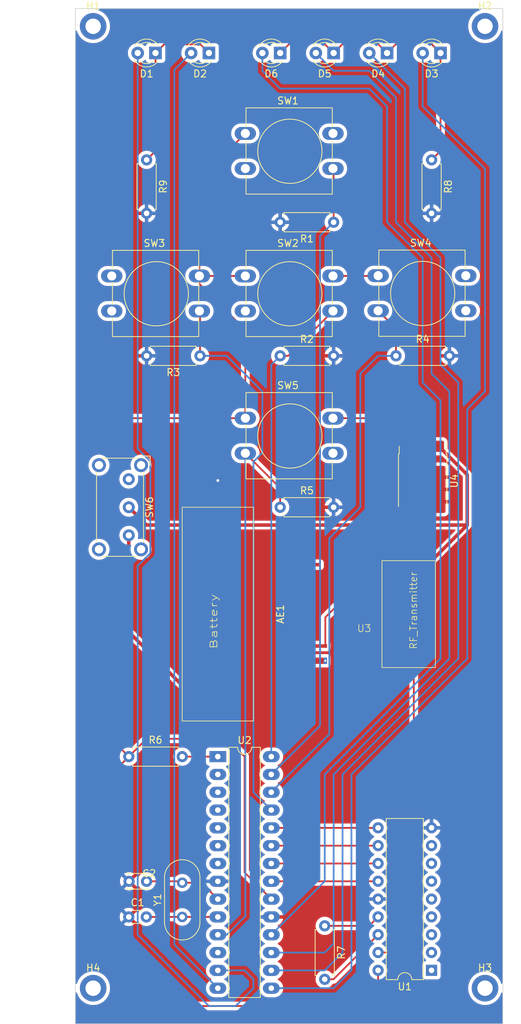
<source format=kicad_pcb>
(kicad_pcb (version 20221018) (generator pcbnew)
  (layers (0 "F.Cu" signal) (31 "B.Cu" signal) (34 "B.Paste" user) (35 "F.Paste" user) (36 "B.SilkS" user "B.Silkscreen") (37 "F.SilkS" user "F.Silkscreen") (38 "B.Mask" user) (39 "F.Mask" user) (44 "Edge.Cuts" user))
  (net 0 "")
  (net 1 "Net-(AE1-A)")
  (net 2 "GND")
  (net 3 "Net-(U2-OSC2{slash}CLKOUT)")
  (net 4 "Net-(U2-OSC1{slash}CLKIN)")
  (net 5 "Net-(D1-K)")
  (net 6 "Net-(D1-A)")
  (net 7 "Net-(D2-A)")
  (net 8 "Net-(D3-K)")
  (net 9 "Net-(D3-A)")
  (net 10 "Net-(D4-A)")
  (net 11 "Net-(D5-A)")
  (net 12 "Net-(D6-A)")
  (net 13 "Net-(U2-PGC{slash}RB6)")
  (net 14 "Net-(U2-PGD{slash}RB7)")
  (net 15 "Net-(U2-RB4)")
  (net 16 "Net-(U2-RB5)")
  (net 17 "Net-(U2-RC0{slash}T10S0{slash}T1CKI)")
  (net 18 "+5V")
  (net 19 "Net-(U2-~{MCLR}{slash}Vpp)")
  (net 20 "Net-(U1-OSC2)")
  (net 21 "Net-(U1-OSC1)")
  (net 30 "Net-(U3-Vcc)")
  (net 31 "Net-(U1-AD8)")
  (net 32 "Net-(U1-AD9)")
  (net 33 "Net-(U1-AD10)")
  (net 34 "Net-(U1-AD11)")
  (net 35 "Net-(U1-DOUT)")
  (net 43 "+12V")
  (footprint "Resistor_THT:R_Axial_DIN0207_L6.3mm_D2.5mm_P7.62mm_Horizontal" (layer "F.Cu") (at 104.14 137.16)
    (fp_text reference "R6" (at 3.81 -2.37) (layer "F.SilkS"))
    (fp_text value "R")
    (pad "1" thru_hole circle (at 0 0) (size 1.6 1.6) (drill 0.8) (layers "*.Cu" "*.Mask") (net 18 "+5V"))
    (pad "2" thru_hole oval (at 7.62 0) (size 1.6 1.6) (drill 0.8) (layers "*.Cu" "*.Mask") (net 19 "Net-(U2-~{MCLR}{slash}Vpp)"))
  )
  (footprint "MountingHole:MountingHole_2.2mm_M2_DIN965_Pad" (layer "F.Cu") (at 154.94 170.18)
    (fp_text reference "H3" (at 0 -2.9) (layer "F.SilkS"))
    (fp_text value "MountingHole")
    (pad "1" thru_hole circle (at 0 0) (size 3.8 3.8) (drill 2.2) (layers "*.Cu" "*.Mask"))
  )
  (footprint "LED_THT:LED_D3.0mm" (layer "F.Cu") (at 133.35 36.83 180)
    (fp_text reference "D5" (at 1.27 -2.96) (layer "F.SilkS"))
    (fp_text value "LED")
    (pad "1" thru_hole rect (at 0 0 180) (size 1.8 1.8) (drill 0.9) (layers "*.Cu" "*.Mask") (net 8 "Net-(D3-K)"))
    (pad "2" thru_hole circle (at 2.54 0 180) (size 1.8 1.8) (drill 0.9) (layers "*.Cu" "*.Mask") (net 11 "Net-(D5-A)"))
  )
  (footprint "MountingHole:MountingHole_2.2mm_M2_DIN965_Pad" (layer "F.Cu") (at 154.94 33.02)
    (fp_text reference "H2" (at 0 -2.9) (layer "F.SilkS"))
    (fp_text value "MountingHole")
    (pad "1" thru_hole circle (at 0 0) (size 3.8 3.8) (drill 2.2) (layers "*.Cu" "*.Mask"))
  )
  (footprint "Capacitor_THT:C_Disc_D3.0mm_W2.0mm_P2.50mm" (layer "F.Cu") (at 104.18 154.94)
    (fp_text reference "C2" (at 2.87 -1.12) (layer "F.SilkS"))
    (fp_text value "C")
    (pad "1" thru_hole circle (at 0 0) (size 1.6 1.6) (drill 0.8) (layers "*.Cu" "*.Mask") (net 2 "GND"))
    (pad "2" thru_hole circle (at 2.5 0) (size 1.6 1.6) (drill 0.8) (layers "*.Cu" "*.Mask") (net 4 "Net-(U2-OSC1{slash}CLKIN)"))
  )
  (footprint "Button_Switch_THT:SW_PUSH-12mm" (layer "F.Cu") (at 120.76 48.3)
    (fp_text reference "SW1" (at 6.08 -4.66) (layer "F.SilkS"))
    (fp_text value "SW_Push")
    (pad "1" thru_hole oval (at 0 0) (size 3.048 1.85) (drill 1.3) (layers "*.Cu" "*.Mask") (net 18 "+5V"))
    (pad "1" thru_hole oval (at 12.5 0) (size 3.048 1.85) (drill 1.3) (layers "*.Cu" "*.Mask") (net 18 "+5V"))
    (pad "2" thru_hole oval (at 0 5) (size 3.048 1.85) (drill 1.3) (layers "*.Cu" "*.Mask") (net 13 "Net-(U2-PGC{slash}RB6)"))
    (pad "2" thru_hole oval (at 12.5 5) (size 3.048 1.85) (drill 1.3) (layers "*.Cu" "*.Mask") (net 13 "Net-(U2-PGC{slash}RB6)"))
  )
  (footprint "Resistor_THT:R_Axial_DIN0207_L6.3mm_D2.5mm_P7.62mm_Horizontal" (layer "F.Cu") (at 142.24 80.01)
    (fp_text reference "R4" (at 3.81 -2.37) (layer "F.SilkS"))
    (fp_text value "R")
    (pad "1" thru_hole circle (at 0 0) (size 1.6 1.6) (drill 0.8) (layers "*.Cu" "*.Mask") (net 16 "Net-(U2-RB5)"))
    (pad "2" thru_hole oval (at 7.62 0) (size 1.6 1.6) (drill 0.8) (layers "*.Cu" "*.Mask") (net 2 "GND"))
  )
  (footprint "RF_Antenna:Texas_SWRA117D_2.4GHz_Right" (layer "F.Cu") (at 132.165 121.39 90)
    (fp_text reference "AE1" (at 4.55 -6.41 90) (layer "F.SilkS"))
    (fp_text value "Antenna")
    (fp_poly (pts (xy 2.45 -2.51) (xy 4.45 -2.51) (xy 4.45 -5.15) (xy 7.15 -5.15) (xy 7.15 -2.51) (xy 9.15 -2.51) (xy 9.15 -5.15) (xy 11.85 -5.15) (xy 11.85 -0.71) (xy 11.35 -0.71) (xy 11.35 -4.65) (xy 9.65 -4.65) (xy 9.65 -2.01) (xy 6.65 -2.01) (xy 6.65 -4.65) (xy 4.95 -4.65) (xy 4.95 -2.01) (xy 1.95 -2.01) (xy 1.95 -4.65) (xy 0.25 -4.65) (xy 0.25 0.25) (xy -0.25 0.25) (xy -0.25 -4.65) (xy -1.65 -4.65) (xy -1.65 0.25) (xy -2.55 0.25) (xy -2.55 0.006785) (xy -2.247583 0.006785) (xy -2.237742 0.054395) (xy -2.213674 0.096797) (xy -2.175731 0.129581) (xy -2.167819 0.133935) (xy -2.125156 0.146043) (xy -2.076637 0.1453) (xy -2.031122 0.1324) (xy -2.012511 0.121787) (xy -1.978868 0.086553) (xy -1.958309 0.041368) (xy -1.951778 -0.008158) (xy -1.960218 -0.056417) (xy -1.977112 -0.088643) (xy -2.012372 -0.121313) (xy -2.057682 -0.141408) (xy -2.107267 -0.147982) (xy -2.155353 -0.140092) (xy -2.188245 -0.123186) (xy -2.223185 -0.086416) (xy -2.242847 -0.041622) (xy -2.247583 0.006785) (xy -2.55 0.006785) (xy -2.55 -5.15) (xy 2.45 -5.15) (xy 2.45 -2.51)) (fill solid) (layer "F.Cu"))
    (pad "1" connect rect (at 0 0 90) (size 0.5 0.5) (layers "F.Cu") (net 1 "Net-(AE1-A)"))
    (pad "2" thru_hole rect (at -2.1 0 90) (size 0.9 0.5) (drill 0.3) (layers "*.Cu"))
  )
  (footprint "Package_TO_SOT_SMD:ATPAK-2" (layer "F.Cu") (at 146.05 97.86 -90)
    (fp_text reference "U4" (at 0 -4.5 90) (layer "F.SilkS"))
    (fp_text value "L7805")
    (pad "1" smd roundrect (at -4.95 -2.3 270) (size 1.6 1.5) (layers "F.Cu" "F.Paste" "F.Mask") (roundrect_rratio 0.166667) (net 30 "Net-(U3-Vcc)"))
    (pad "2" smd roundrect (at -0.55 -1.7 270) (size 3.2 3.1) (layers "F.Cu" "F.Paste") (roundrect_rratio 0.080645) (net 2 "GND"))
    (pad "2" smd roundrect (at -0.55 1.7 270) (size 3.2 3.1) (layers "F.Cu" "F.Paste") (roundrect_rratio 0.080645) (net 2 "GND"))
    (pad "2" smd roundrect (at 1.2 0 270) (size 6.7 6.5) (layers "F.Cu" "F.Mask") (roundrect_rratio 0.038462) (net 2 "GND"))
    (pad "2" smd roundrect (at 2.95 -1.7 270) (size 3.2 3.1) (layers "F.Cu" "F.Paste") (roundrect_rratio 0.080645) (net 2 "GND"))
    (pad "2" smd roundrect (at 2.95 1.7 270) (size 3.2 3.1) (layers "F.Cu" "F.Paste") (roundrect_rratio 0.080645) (net 2 "GND"))
    (pad "3" smd roundrect (at -4.95 2.3 270) (size 1.6 1.5) (layers "F.Cu" "F.Paste" "F.Mask") (roundrect_rratio 0.166667) (net 18 "+5V"))
  )
  (footprint "MountingHole:MountingHole_2.2mm_M2_DIN965_Pad" (layer "F.Cu") (at 99.06 170.18)
    (fp_text reference "H4" (at 0 -2.9) (layer "F.SilkS"))
    (fp_text value "MountingHole")
    (pad "1" thru_hole circle (at 0 0) (size 3.8 3.8) (drill 2.2) (layers "*.Cu" "*.Mask"))
  )
  (footprint "Capacitor_THT:C_Disc_D3.0mm_W1.6mm_P2.50mm" (layer "F.Cu") (at 104.14 160.02)
    (fp_text reference "C1" (at 1.25 -2.05) (layer "F.SilkS"))
    (fp_text value "C")
    (pad "1" thru_hole circle (at 0 0) (size 1.6 1.6) (drill 0.8) (layers "*.Cu" "*.Mask") (net 2 "GND"))
    (pad "2" thru_hole circle (at 2.5 0) (size 1.6 1.6) (drill 0.8) (layers "*.Cu" "*.Mask") (net 3 "Net-(U2-OSC2{slash}CLKOUT)"))
  )
  (footprint "battery:battery" (layer "F.Cu") (at 116.84 121.92 90)
    (fp_text reference "BT1" hide)
    (fp_text value "Battery_Cell")
    (fp_text user "Battery" (at 0 0 90 unlocked) (layer "F.SilkS") (effects (font (size 1 1.5) (thickness 0.1)) (justify left bottom)))
    (pad "1" smd roundrect (at -10.16 0 180) (size 2.286 1.524) (layers "F.Cu" "F.Paste" "F.Mask") (net 43 "+12V"))
    (pad "2" smd roundrect (at 20.32 0 180) (size 2.286 1.524) (layers "F.Cu" "F.Paste" "F.Mask") (net 2 "GND"))
  )
  (footprint "Button_Switch_THT:SW_PUSH-12mm" (layer "F.Cu") (at 120.76 88.9)
    (fp_text reference "SW5" (at 6.08 -4.66) (layer "F.SilkS"))
    (fp_text value "SW_Push")
    (pad "1" thru_hole oval (at 0 0) (size 3.048 1.85) (drill 1.3) (layers "*.Cu" "*.Mask") (net 18 "+5V"))
    (pad "1" thru_hole oval (at 12.5 0) (size 3.048 1.85) (drill 1.3) (layers "*.Cu" "*.Mask") (net 18 "+5V"))
    (pad "2" thru_hole oval (at 0 5) (size 3.048 1.85) (drill 1.3) (layers "*.Cu" "*.Mask") (net 17 "Net-(U2-RC0{slash}T10S0{slash}T1CKI)"))
    (pad "2" thru_hole oval (at 12.5 5) (size 3.048 1.85) (drill 1.3) (layers "*.Cu" "*.Mask") (net 17 "Net-(U2-RC0{slash}T10S0{slash}T1CKI)"))
  )
  (footprint "Resistor_THT:R_Axial_DIN0207_L6.3mm_D2.5mm_P7.62mm_Horizontal" (layer "F.Cu") (at 147.32 52.07 -90)
    (fp_text reference "R8" (at 3.81 -2.37 90) (layer "F.SilkS"))
    (fp_text value "R")
    (pad "1" thru_hole circle (at 0 0 270) (size 1.6 1.6) (drill 0.8) (layers "*.Cu" "*.Mask") (net 8 "Net-(D3-K)"))
    (pad "2" thru_hole oval (at 7.62 0 270) (size 1.6 1.6) (drill 0.8) (layers "*.Cu" "*.Mask") (net 2 "GND"))
  )
  (footprint "Resistor_THT:R_Axial_DIN0207_L6.3mm_D2.5mm_P7.62mm_Horizontal" (layer "F.Cu") (at 133.35 60.96 180)
    (fp_text reference "R1" (at 3.81 -2.37) (layer "F.SilkS"))
    (fp_text value "R")
    (pad "1" thru_hole circle (at 0 0 180) (size 1.6 1.6) (drill 0.8) (layers "*.Cu" "*.Mask") (net 13 "Net-(U2-PGC{slash}RB6)"))
    (pad "2" thru_hole oval (at 7.62 0 180) (size 1.6 1.6) (drill 0.8) (layers "*.Cu" "*.Mask") (net 2 "GND"))
  )
  (footprint "Button_Switch_THT:SW_PUSH-12mm" (layer "F.Cu") (at 139.7 68.58)
    (fp_text reference "SW4" (at 6.08 -4.66) (layer "F.SilkS"))
    (fp_text value "SW_Push")
    (pad "1" thru_hole oval (at 0 0) (size 3.048 1.85) (drill 1.3) (layers "*.Cu" "*.Mask") (net 18 "+5V"))
    (pad "1" thru_hole oval (at 12.5 0) (size 3.048 1.85) (drill 1.3) (layers "*.Cu" "*.Mask") (net 18 "+5V"))
    (pad "2" thru_hole oval (at 0 5) (size 3.048 1.85) (drill 1.3) (layers "*.Cu" "*.Mask") (net 16 "Net-(U2-RB5)"))
    (pad "2" thru_hole oval (at 12.5 5) (size 3.048 1.85) (drill 1.3) (layers "*.Cu" "*.Mask") (net 16 "Net-(U2-RB5)"))
  )
  (footprint "Button_Switch_THT:SW_PUSH-12mm" (layer "F.Cu") (at 101.71 68.62)
    (fp_text reference "SW3" (at 6.08 -4.66) (layer "F.SilkS"))
    (fp_text value "SW_Push")
    (pad "1" thru_hole oval (at 0 0) (size 3.048 1.85) (drill 1.3) (layers "*.Cu" "*.Mask") (net 18 "+5V"))
    (pad "1" thru_hole oval (at 12.5 0) (size 3.048 1.85) (drill 1.3) (layers "*.Cu" "*.Mask") (net 18 "+5V"))
    (pad "2" thru_hole oval (at 0 5) (size 3.048 1.85) (drill 1.3) (layers "*.Cu" "*.Mask") (net 15 "Net-(U2-RB4)"))
    (pad "2" thru_hole oval (at 12.5 5) (size 3.048 1.85) (drill 1.3) (layers "*.Cu" "*.Mask") (net 15 "Net-(U2-RB4)"))
  )
  (footprint "LED_THT:LED_D3.0mm" (layer "F.Cu") (at 125.73 36.83 180)
    (fp_text reference "D6" (at 1.27 -2.96) (layer "F.SilkS"))
    (fp_text value "LED")
    (pad "1" thru_hole rect (at 0 0 180) (size 1.8 1.8) (drill 0.9) (layers "*.Cu" "*.Mask") (net 8 "Net-(D3-K)"))
    (pad "2" thru_hole circle (at 2.54 0 180) (size 1.8 1.8) (drill 0.9) (layers "*.Cu" "*.Mask") (net 12 "Net-(D6-A)"))
  )
  (footprint "Resistor_THT:R_Axial_DIN0207_L6.3mm_D2.5mm_P7.62mm_Horizontal" (layer "F.Cu") (at 125.73 80.01)
    (fp_text reference "R2" (at 3.81 -2.37) (layer "F.SilkS"))
    (fp_text value "R")
    (pad "1" thru_hole circle (at 0 0) (size 1.6 1.6) (drill 0.8) (layers "*.Cu" "*.Mask") (net 14 "Net-(U2-PGD{slash}RB7)"))
    (pad "2" thru_hole oval (at 7.62 0) (size 1.6 1.6) (drill 0.8) (layers "*.Cu" "*.Mask") (net 2 "GND"))
  )
  (footprint "Button_Switch_THT:SW_E-Switch_EG1224_SPDT_Angled" (layer "F.Cu") (at 104.14 97.6 -90)
    (fp_text reference "SW6" (at 4 -2.95 90) (layer "F.SilkS"))
    (fp_text value "SW_DIP_x01")
    (pad "" thru_hole circle (at -2 -1.75 270) (size 2 2) (drill 1.2) (layers "*.Cu" "*.Mask"))
    (pad "" thru_hole circle (at -2 4.25 270) (size 2 2) (drill 1.2) (layers "*.Cu" "*.Mask"))
    (pad "" thru_hole circle (at 10 -1.75 270) (size 2 2) (drill 1.2) (layers "*.Cu" "*.Mask"))
    (pad "" thru_hole circle (at 10 4.25 270) (size 2 2) (drill 1.2) (layers "*.Cu" "*.Mask"))
    (pad "1" thru_hole circle (at 8 0 270) (size 1.7 1.7) (drill 0.9) (layers "*.Cu" "*.Mask") (net 43 "+12V"))
    (pad "2" thru_hole circle (at 4 0 270) (size 1.7 1.7) (drill 0.9) (layers "*.Cu" "*.Mask") (net 30 "Net-(U3-Vcc)"))
    (pad "3" thru_hole circle (at 0 0 270) (size 1.7 1.7) (drill 0.9) (layers "*.Cu" "*.Mask"))
  )
  (footprint "Library_rf_tr:rf_tr" (layer "F.Cu") (at 137.7065 119.38)
    (fp_text reference "U3" (at 0 -0.5 unlocked) (layer "F.SilkS") (effects (font (thickness 0.1))))
    (fp_text value "~")
    (fp_text user "RF_Transmitter" (at 7.62 2.54 90 unlocked) (layer "F.SilkS") (effects (font (thickness 0.1)) (justify left bottom)))
    (pad "1" smd roundrect (at 0 -2.54) (size 2.286 1.524) (layers "F.Cu" "F.Paste" "F.Mask") (net 30 "Net-(U3-Vcc)"))
    (pad "2" smd roundrect (at 0 0) (size 2.286 1.524) (layers "F.Cu" "F.Paste" "F.Mask") (net 35 "Net-(U1-DOUT)"))
    (pad "3" smd roundrect (at 0 2.54) (size 2.286 1.524) (layers "F.Cu" "F.Paste" "F.Mask") (net 2 "GND"))
    (pad "4" smd roundrect (at 0 -7.62) (size 2.286 1.524) (layers "F.Cu" "F.Paste" "F.Mask") (net 1 "Net-(AE1-A)"))
  )
  (footprint "LED_THT:LED_D3.0mm" (layer "F.Cu") (at 140.97 36.83 180)
    (fp_text reference "D4" (at 1.27 -2.96) (layer "F.SilkS"))
    (fp_text value "LED")
    (pad "1" thru_hole rect (at 0 0 180) (size 1.8 1.8) (drill 0.9) (layers "*.Cu" "*.Mask") (net 8 "Net-(D3-K)"))
    (pad "2" thru_hole circle (at 2.54 0 180) (size 1.8 1.8) (drill 0.9) (layers "*.Cu" "*.Mask") (net 10 "Net-(D4-A)"))
  )
  (footprint "Resistor_THT:R_Axial_DIN0207_L6.3mm_D2.5mm_P7.62mm_Horizontal" (layer "F.Cu") (at 132.08 161.29 -90)
    (fp_text reference "R7" (at 3.81 -2.37 90) (layer "F.SilkS"))
    (fp_text value "R")
    (pad "1" thru_hole circle (at 0 0 270) (size 1.6 1.6) (drill 0.8) (layers "*.Cu" "*.Mask") (net 20 "Net-(U1-OSC2)"))
    (pad "2" thru_hole oval (at 7.62 0 270) (size 1.6 1.6) (drill 0.8) (layers "*.Cu" "*.Mask") (net 21 "Net-(U1-OSC1)"))
  )
  (footprint "MountingHole:MountingHole_2.2mm_M2_DIN965_Pad" (layer "F.Cu") (at 99.06 33.02)
    (fp_text reference "H1" (at 0 -2.9) (layer "F.SilkS"))
    (fp_text value "MountingHole")
    (pad "1" thru_hole circle (at 0 0) (size 3.8 3.8) (drill 2.2) (layers "*.Cu" "*.Mask"))
  )
  (footprint "Package_DIP:DIP-28_W7.62mm_LongPads" (layer "F.Cu") (at 116.84 137.16)
    (fp_text reference "U2" (at 3.81 -2.33) (layer "F.SilkS"))
    (fp_text value "PIC16F76-ISP")
    (pad "1" thru_hole rect (at 0 0) (size 2.4 1.6) (drill 0.8) (layers "*.Cu" "*.Mask") (net 19 "Net-(U2-~{MCLR}{slash}Vpp)"))
    (pad "2" thru_hole oval (at 0 2.54) (size 2.4 1.6) (drill 0.8) (layers "*.Cu" "*.Mask"))
    (pad "3" thru_hole oval (at 0 5.08) (size 2.4 1.6) (drill 0.8) (layers "*.Cu" "*.Mask"))
    (pad "4" thru_hole oval (at 0 7.62) (size 2.4 1.6) (drill 0.8) (layers "*.Cu" "*.Mask"))
    (pad "5" thru_hole oval (at 0 10.16) (size 2.4 1.6) (drill 0.8) (layers "*.Cu" "*.Mask"))
    (pad "6" thru_hole oval (at 0 12.7) (size 2.4 1.6) (drill 0.8) (layers "*.Cu" "*.Mask"))
    (pad "7" thru_hole oval (at 0 15.24) (size 2.4 1.6) (drill 0.8) (layers "*.Cu" "*.Mask"))
    (pad "8" thru_hole oval (at 0 17.78) (size 2.4 1.6) (drill 0.8) (layers "*.Cu" "*.Mask") (net 2 "GND"))
    (pad "9" thru_hole oval (at 0 20.32) (size 2.4 1.6) (drill 0.8) (layers "*.Cu" "*.Mask") (net 4 "Net-(U2-OSC1{slash}CLKIN)"))
    (pad "10" thru_hole oval (at 0 22.86) (size 2.4 1.6) (drill 0.8) (layers "*.Cu" "*.Mask") (net 3 "Net-(U2-OSC2{slash}CLKOUT)"))
    (pad "11" thru_hole oval (at 0 25.4) (size 2.4 1.6) (drill 0.8) (layers "*.Cu" "*.Mask") (net 17 "Net-(U2-RC0{slash}T10S0{slash}T1CKI)"))
    (pad "12" thru_hole oval (at 0 27.94) (size 2.4 1.6) (drill 0.8) (layers "*.Cu" "*.Mask"))
    (pad "13" thru_hole oval (at 0 30.48) (size 2.4 1.6) (drill 0.8) (layers "*.Cu" "*.Mask") (net 6 "Net-(D1-A)"))
    (pad "14" thru_hole oval (at 0 33.02) (size 2.4 1.6) (drill 0.8) (layers "*.Cu" "*.Mask") (net 7 "Net-(D2-A)"))
    (pad "15" thru_hole oval (at 7.62 33.02) (size 2.4 1.6) (drill 0.8) (layers "*.Cu" "*.Mask") (net 9 "Net-(D3-A)"))
    (pad "16" thru_hole oval (at 7.62 30.48) (size 2.4 1.6) (drill 0.8) (layers "*.Cu" "*.Mask") (net 10 "Net-(D4-A)"))
    (pad "17" thru_hole oval (at 7.62 27.94) (size 2.4 1.6) (drill 0.8) (layers "*.Cu" "*.Mask") (net 11 "Net-(D5-A)"))
    (pad "18" thru_hole oval (at 7.62 25.4) (size 2.4 1.6) (drill 0.8) (layers "*.Cu" "*.Mask") (net 12 "Net-(D6-A)"))
    (pad "19" thru_hole oval (at 7.62 22.86) (size 2.4 1.6) (drill 0.8) (layers "*.Cu" "*.Mask") (net 2 "GND"))
    (pad "20" thru_hole oval (at 7.62 20.32) (size 2.4 1.6) (drill 0.8) (layers "*.Cu" "*.Mask") (net 18 "+5V"))
    (pad "21" thru_hole oval (at 7.62 17.78) (size 2.4 1.6) (drill 0.8) (layers "*.Cu" "*.Mask") (net 34 "Net-(U1-AD11)"))
    (pad "22" thru_hole oval (at 7.62 15.24) (size 2.4 1.6) (drill 0.8) (layers "*.Cu" "*.Mask") (net 33 "Net-(U1-AD10)"))
    (pad "23" thru_hole oval (at 7.62 12.7) (size 2.4 1.6) (drill 0.8) (layers "*.Cu" "*.Mask") (net 32 "Net-(U1-AD9)"))
    (pad "24" thru_hole oval (at 7.62 10.16) (size 2.4 1.6) (drill 0.8) (layers "*.Cu" "*.Mask") (net 31 "Net-(U1-AD8)"))
    (pad "25" thru_hole oval (at 7.62 7.62) (size 2.4 1.6) (drill 0.8) (layers "*.Cu" "*.Mask") (net 15 "Net-(U2-RB4)"))
    (pad "26" thru_hole oval (at 7.62 5.08) (size 2.4 1.6) (drill 0.8) (layers "*.Cu" "*.Mask") (net 16 "Net-(U2-RB5)"))
    (pad "27" thru_hole oval (at 7.62 2.54) (size 2.4 1.6) (drill 0.8) (layers "*.Cu" "*.Mask") (net 13 "Net-(U2-PGC{slash}RB6)"))
    (pad "28" thru_hole oval (at 7.62 0) (size 2.4 1.6) (drill 0.8) (layers "*.Cu" "*.Mask") (net 14 "Net-(U2-PGD{slash}RB7)"))
  )
  (footprint "LED_THT:LED_D3.0mm" (layer "F.Cu") (at 107.95 36.83 180)
    (fp_text reference "D1" (at 1.27 -2.96) (layer "F.SilkS"))
    (fp_text value "LED")
    (pad "1" thru_hole rect (at 0 0 180) (size 1.8 1.8) (drill 0.9) (layers "*.Cu" "*.Mask") (net 5 "Net-(D1-K)"))
    (pad "2" thru_hole circle (at 2.54 0 180) (size 1.8 1.8) (drill 0.9) (layers "*.Cu" "*.Mask") (net 6 "Net-(D1-A)"))
  )
  (footprint "Resistor_THT:R_Axial_DIN0207_L6.3mm_D2.5mm_P7.62mm_Horizontal" (layer "F.Cu") (at 106.68 52.07 -90)
    (fp_text reference "R9" (at 3.81 -2.37 90) (layer "F.SilkS"))
    (fp_text value "R")
    (pad "1" thru_hole circle (at 0 0 270) (size 1.6 1.6) (drill 0.8) (layers "*.Cu" "*.Mask") (net 5 "Net-(D1-K)"))
    (pad "2" thru_hole oval (at 7.62 0 270) (size 1.6 1.6) (drill 0.8) (layers "*.Cu" "*.Mask") (net 2 "GND"))
  )
  (footprint "Package_DIP:DIP-18_W7.62mm" (layer "F.Cu") (at 147.31 167.63 180)
    (fp_text reference "U1" (at 3.81 -2.33) (layer "F.SilkS"))
    (fp_text value "HT12E")
    (pad "1" thru_hole rect (at 0 0 180) (size 1.6 1.6) (drill 0.8) (layers "*.Cu" "*.Mask"))
    (pad "2" thru_hole oval (at 0 2.54 180) (size 1.6 1.6) (drill 0.8) (layers "*.Cu" "*.Mask"))
    (pad "3" thru_hole oval (at 0 5.08 180) (size 1.6 1.6) (drill 0.8) (layers "*.Cu" "*.Mask"))
    (pad "4" thru_hole oval (at 0 7.62 180) (size 1.6 1.6) (drill 0.8) (layers "*.Cu" "*.Mask"))
    (pad "5" thru_hole oval (at 0 10.16 180) (size 1.6 1.6) (drill 0.8) (layers "*.Cu" "*.Mask"))
    (pad "6" thru_hole oval (at 0 12.7 180) (size 1.6 1.6) (drill 0.8) (layers "*.Cu" "*.Mask"))
    (pad "7" thru_hole oval (at 0 15.24 180) (size 1.6 1.6) (drill 0.8) (layers "*.Cu" "*.Mask"))
    (pad "8" thru_hole oval (at 0 17.78 180) (size 1.6 1.6) (drill 0.8) (layers "*.Cu" "*.Mask"))
    (pad "9" thru_hole oval (at 0 20.32 180) (size 1.6 1.6) (drill 0.8) (layers "*.Cu" "*.Mask") (net 2 "GND"))
    (pad "10" thru_hole oval (at 7.62 20.32 180) (size 1.6 1.6) (drill 0.8) (layers "*.Cu" "*.Mask") (net 31 "Net-(U1-AD8)"))
    (pad "11" thru_hole oval (at 7.62 17.78 180) (size 1.6 1.6) (drill 0.8) (layers "*.Cu" "*.Mask") (net 32 "Net-(U1-AD9)"))
    (pad "12" thru_hole oval (at 7.62 15.24 180) (size 1.6 1.6) (drill 0.8) (layers "*.Cu" "*.Mask") (net 33 "Net-(U1-AD10)"))
    (pad "13" thru_hole oval (at 7.62 12.7 180) (size 1.6 1.6) (drill 0.8) (layers "*.Cu" "*.Mask") (net 34 "Net-(U1-AD11)"))
    (pad "14" thru_hole oval (at 7.62 10.16 180) (size 1.6 1.6) (drill 0.8) (layers "*.Cu" "*.Mask") (net 2 "GND"))
    (pad "15" thru_hole oval (at 7.62 7.62 180) (size 1.6 1.6) (drill 0.8) (layers "*.Cu" "*.Mask") (net 20 "Net-(U1-OSC2)"))
    (pad "16" thru_hole oval (at 7.62 5.08 180) (size 1.6 1.6) (drill 0.8) (layers "*.Cu" "*.Mask") (net 21 "Net-(U1-OSC1)"))
    (pad "17" thru_hole oval (at 7.62 2.54 180) (size 1.6 1.6) (drill 0.8) (layers "*.Cu" "*.Mask") (net 35 "Net-(U1-DOUT)"))
    (pad "18" thru_hole oval (at 7.62 0 180) (size 1.6 1.6) (drill 0.8) (layers "*.Cu" "*.Mask") (net 18 "+5V"))
  )
  (footprint "Resistor_THT:R_Axial_DIN0207_L6.3mm_D2.5mm_P7.62mm_Horizontal" (layer "F.Cu") (at 114.3 80.01 180)
    (fp_text reference "R3" (at 3.81 -2.37) (layer "F.SilkS"))
    (fp_text value "R")
    (pad "1" thru_hole circle (at 0 0 180) (size 1.6 1.6) (drill 0.8) (layers "*.Cu" "*.Mask") (net 15 "Net-(U2-RB4)"))
    (pad "2" thru_hole oval (at 7.62 0 180) (size 1.6 1.6) (drill 0.8) (layers "*.Cu" "*.Mask") (net 2 "GND"))
  )
  (footprint "Button_Switch_THT:SW_PUSH-12mm" (layer "F.Cu") (at 120.76 68.62)
    (fp_text reference "SW2" (at 6.08 -4.66) (layer "F.SilkS"))
    (fp_text value "SW_Push")
    (pad "1" thru_hole oval (at 0 0) (size 3.048 1.85) (drill 1.3) (layers "*.Cu" "*.Mask") (net 18 "+5V"))
    (pad "1" thru_hole oval (at 12.5 0) (size 3.048 1.85) (drill 1.3) (layers "*.Cu" "*.Mask") (net 18 "+5V"))
    (pad "2" thru_hole oval (at 0 5) (size 3.048 1.85) (drill 1.3) (layers "*.Cu" "*.Mask") (net 14 "Net-(U2-PGD{slash}RB7)"))
    (pad "2" thru_hole oval (at 12.5 5) (size 3.048 1.85) (drill 1.3) (layers "*.Cu" "*.Mask") (net 14 "Net-(U2-PGD{slash}RB7)"))
  )
  (footprint "Crystal:Crystal_HC49-4H_Vertical" (layer "F.Cu") (at 111.76 160.02 90)
    (fp_text reference "Y1" (at 2.44 -3.525 90) (layer "F.SilkS"))
    (fp_text value "Crystal")
    (pad "1" thru_hole circle (at 0 0 90) (size 1.5 1.5) (drill 0.8) (layers "*.Cu" "*.Mask") (net 3 "Net-(U2-OSC2{slash}CLKOUT)"))
    (pad "2" thru_hole circle (at 4.88 0 90) (size 1.5 1.5) (drill 0.8) (layers "*.Cu" "*.Mask") (net 4 "Net-(U2-OSC1{slash}CLKIN)"))
  )
  (footprint "LED_THT:LED_D3.0mm" (layer "F.Cu") (at 115.57 36.83 180)
    (fp_text reference "D2" (at 1.27 -2.96) (layer "F.SilkS"))
    (fp_text value "LED")
    (pad "1" thru_hole rect (at 0 0 180) (size 1.8 1.8) (drill 0.9) (layers "*.Cu" "*.Mask") (net 5 "Net-(D1-K)"))
    (pad "2" thru_hole circle (at 2.54 0 180) (size 1.8 1.8) (drill 0.9) (layers "*.Cu" "*.Mask") (net 7 "Net-(D2-A)"))
  )
  (footprint "LED_THT:LED_D3.0mm" (layer "F.Cu") (at 148.59 36.83 180)
    (fp_text reference "D3" (at 1.27 -2.96) (layer "F.SilkS"))
    (fp_text value "LED")
    (pad "1" thru_hole rect (at 0 0 180) (size 1.8 1.8) (drill 0.9) (layers "*.Cu" "*.Mask") (net 8 "Net-(D3-K)"))
    (pad "2" thru_hole circle (at 2.54 0 180) (size 1.8 1.8) (drill 0.9) (layers "*.Cu" "*.Mask") (net 9 "Net-(D3-A)"))
  )
  (footprint "Resistor_THT:R_Axial_DIN0207_L6.3mm_D2.5mm_P7.62mm_Horizontal" (layer "F.Cu") (at 125.73 101.6)
    (fp_text reference "R5" (at 3.81 -2.37) (layer "F.SilkS"))
    (fp_text value "R")
    (pad "1" thru_hole circle (at 0 0) (size 1.6 1.6) (drill 0.8) (layers "*.Cu" "*.Mask") (net 17 "Net-(U2-RC0{slash}T10S0{slash}T1CKI)"))
    (pad "2" thru_hole oval (at 7.62 0) (size 1.6 1.6) (drill 0.8) (layers "*.Cu" "*.Mask") (net 2 "GND"))
  )
  (gr_line (start 96.52 30.48) (end 96.52 175.26) (stroke (width 0.1)) (layer "Edge.Cuts"))
  (gr_line (start 96.52 175.26) (end 99.06 175.26) (stroke (width 0.1)) (layer "Edge.Cuts"))
  (gr_line (start 157.48 30.48) (end 157.48 175.26) (stroke (width 0.1)) (layer "Edge.Cuts"))
  (gr_line (start 157.48 175.26) (end 99.06 175.26) (stroke (width 0.1)) (layer "Edge.Cuts"))
  (gr_line (start 96.52 30.48) (end 157.48 30.48) (stroke (width 0.1)) (layer "Edge.Cuts"))
  (segment (start 137.7065 111.76) (end 132.165 117.3015) (width 0.25) (layer "F.Cu") (net 1))
  (segment (start 132.165 117.3015) (end 132.165 121.39) (width 0.25) (layer "F.Cu") (net 1))
  (segment (start 129.54 160.02) (end 132.09 157.47) (width 0.25) (layer "F.Cu") (net 2))
  (segment (start 124.46 160.02) (end 129.54 160.02) (width 0.25) (layer "F.Cu") (net 2))
  (segment (start 132.09 157.47) (end 139.69 157.47) (width 0.25) (layer "F.Cu") (net 2))
  (segment (start 137.7065 121.92) (end 137.1765 121.39) (width 0.25) (layer "F.Cu") (net 2))
  (via (at 116.84 97.79) (size 1.5) (drill 0.4) (layers "F.Cu" "B.Cu") (net 2))
  (segment (start 111.76 160.02) (end 116.84 160.02) (width 0.25) (layer "F.Cu") (net 3))
  (segment (start 106.64 160.02) (end 111.76 160.02) (width 0.25) (layer "F.Cu") (net 3))
  (segment (start 111.76 155.14) (end 114.5 155.14) (width 0.25) (layer "F.Cu") (net 4))
  (segment (start 111.56 154.94) (end 111.76 155.14) (width 0.25) (layer "F.Cu") (net 4))
  (segment (start 114.5 155.14) (end 116.84 157.48) (width 0.25) (layer "F.Cu") (net 4))
  (segment (start 106.68 154.94) (end 111.56 154.94) (width 0.25) (layer "F.Cu") (net 4))
  (segment (start 109.175 35.605) (end 114.345 35.605) (width 0.25) (layer "F.Cu") (net 5))
  (segment (start 107.95 50.8) (end 106.68 52.07) (width 0.25) (layer "F.Cu") (net 5))
  (segment (start 107.95 36.83) (end 109.175 35.605) (width 0.25) (layer "F.Cu") (net 5))
  (segment (start 107.95 36.83) (end 107.95 50.8) (width 0.25) (layer "F.Cu") (net 5))
  (segment (start 114.345 35.605) (end 115.57 36.83) (width 0.25) (layer "F.Cu") (net 5))
  (segment (start 120.65 167.64) (end 116.84 167.64) (width 0.25) (layer "B.Cu") (net 6))
  (segment (start 107.215 95.051167) (end 107.215 108.148833) (width 0.25) (layer "B.Cu") (net 6))
  (segment (start 105.41 162.56) (end 115.57 172.72) (width 0.25) (layer "B.Cu") (net 6))
  (segment (start 121.92 170.18) (end 121.92 168.91) (width 0.25) (layer "B.Cu") (net 6))
  (segment (start 121.92 168.91) (end 120.65 167.64) (width 0.25) (layer "B.Cu") (net 6))
  (segment (start 105.41 93.246167) (end 107.215 95.051167) (width 0.25) (layer "B.Cu") (net 6))
  (segment (start 119.38 172.72) (end 121.92 170.18) (width 0.25) (layer "B.Cu") (net 6))
  (segment (start 105.41 36.83) (end 105.41 93.246167) (width 0.25) (layer "B.Cu") (net 6))
  (segment (start 107.215 108.148833) (end 105.41 109.953833) (width 0.25) (layer "B.Cu") (net 6))
  (segment (start 105.41 109.953833) (end 105.41 162.56) (width 0.25) (layer "B.Cu") (net 6))
  (segment (start 115.57 172.72) (end 119.38 172.72) (width 0.25) (layer "B.Cu") (net 6))
  (segment (start 110.635 163.975) (end 110.635 39.225) (width 0.25) (layer "B.Cu") (net 7))
  (segment (start 110.635 39.225) (end 113.03 36.83) (width 0.25) (layer "B.Cu") (net 7))
  (segment (start 116.84 170.18) (end 110.635 163.975) (width 0.25) (layer "B.Cu") (net 7))
  (segment (start 138.43 34.29) (end 140.97 36.83) (width 0.25) (layer "F.Cu") (net 8))
  (segment (start 125.73 36.83) (end 128.27 34.29) (width 0.25) (layer "F.Cu") (net 8))
  (segment (start 130.81 34.29) (end 133.35 36.83) (width 0.25) (layer "F.Cu") (net 8))
  (segment (start 146.05 34.29) (end 148.59 36.83) (width 0.25) (layer "F.Cu") (net 8))
  (segment (start 128.27 34.29) (end 130.81 34.29) (width 0.25) (layer "F.Cu") (net 8))
  (segment (start 148.59 36.83) (end 148.59 50.8) (width 0.25) (layer "F.Cu") (net 8))
  (segment (start 143.51 34.29) (end 146.05 34.29) (width 0.25) (layer "F.Cu") (net 8))
  (segment (start 140.97 36.83) (end 143.51 34.29) (width 0.25) (layer "F.Cu") (net 8))
  (segment (start 135.89 34.29) (end 138.43 34.29) (width 0.25) (layer "F.Cu") (net 8))
  (segment (start 133.35 36.83) (end 135.89 34.29) (width 0.25) (layer "F.Cu") (net 8))
  (segment (start 148.59 50.8) (end 147.32 52.07) (width 0.25) (layer "F.Cu") (net 8))
  (segment (start 154.94 85.09) (end 152.4 87.63) (width 0.25) (layer "B.Cu") (net 9))
  (segment (start 133.35 170.18) (end 135.89 167.64) (width 0.25) (layer "B.Cu") (net 9))
  (segment (start 146.05 44.45) (end 154.94 53.34) (width 0.25) (layer "B.Cu") (net 9))
  (segment (start 152.4 123.19) (end 152.4 87.63) (width 0.25) (layer "B.Cu") (net 9))
  (segment (start 154.94 53.34) (end 154.94 85.09) (width 0.25) (layer "B.Cu") (net 9))
  (segment (start 135.89 167.64) (end 135.89 139.7) (width 0.25) (layer "B.Cu") (net 9))
  (segment (start 146.05 36.83) (end 146.05 44.45) (width 0.25) (layer "B.Cu") (net 9))
  (segment (start 124.46 170.18) (end 133.35 170.18) (width 0.25) (layer "B.Cu") (net 9))
  (segment (start 135.89 139.7) (end 152.4 123.19) (width 0.25) (layer "B.Cu") (net 9))
  (segment (start 143.51 41.91) (end 138.43 36.83) (width 0.25) (layer "B.Cu") (net 10))
  (segment (start 132.08 167.64) (end 134.62 165.1) (width 0.25) (layer "B.Cu") (net 10))
  (segment (start 148.59 66.04) (end 143.51 60.96) (width 0.25) (layer "B.Cu") (net 10))
  (segment (start 124.46 167.64) (end 132.08 167.64) (width 0.25) (layer "B.Cu") (net 10))
  (segment (start 151.13 83.82) (end 148.59 81.28) (width 0.25) (layer "B.Cu") (net 10))
  (segment (start 148.59 81.28) (end 148.59 66.04) (width 0.25) (layer "B.Cu") (net 10))
  (segment (start 151.13 123.19) (end 151.13 83.82) (width 0.25) (layer "B.Cu") (net 10))
  (segment (start 134.62 139.7) (end 151.13 123.19) (width 0.25) (layer "B.Cu") (net 10))
  (segment (start 134.62 165.1) (end 134.62 139.7) (width 0.25) (layer "B.Cu") (net 10))
  (segment (start 143.51 60.96) (end 143.51 41.91) (width 0.25) (layer "B.Cu") (net 10))
  (segment (start 124.46 165.1) (end 132.08 165.1) (width 0.25) (layer "B.Cu") (net 11))
  (segment (start 147.32 66.04) (end 142.24 60.96) (width 0.25) (layer "B.Cu") (net 11))
  (segment (start 142.24 43.18) (end 138.43 39.37) (width 0.25) (layer "B.Cu") (net 11))
  (segment (start 138.43 39.37) (end 133.35 39.37) (width 0.25) (layer "B.Cu") (net 11))
  (segment (start 133.35 39.37) (end 130.81 36.83) (width 0.25) (layer "B.Cu") (net 11))
  (segment (start 149.86 123.19) (end 149.86 85.09) (width 0.25) (layer "B.Cu") (net 11))
  (segment (start 133.35 163.83) (end 133.35 139.7) (width 0.25) (layer "B.Cu") (net 11))
  (segment (start 142.24 60.96) (end 142.24 43.18) (width 0.25) (layer "B.Cu") (net 11))
  (segment (start 133.35 139.7) (end 149.86 123.19) (width 0.25) (layer "B.Cu") (net 11))
  (segment (start 132.08 165.1) (end 133.35 163.83) (width 0.25) (layer "B.Cu") (net 11))
  (segment (start 149.86 85.09) (end 147.32 82.55) (width 0.25) (layer "B.Cu") (net 11))
  (segment (start 147.32 82.55) (end 147.32 66.04) (width 0.25) (layer "B.Cu") (net 11))
  (segment (start 146.05 66.04) (end 146.05 83.82) (width 0.25) (layer "B.Cu") (net 12))
  (segment (start 132.08 154.94) (end 124.46 162.56) (width 0.25) (layer "B.Cu") (net 12))
  (segment (start 148.59 86.36) (end 148.59 123.19) (width 0.25) (layer "B.Cu") (net 12))
  (segment (start 132.08 139.7) (end 132.08 154.94) (width 0.25) (layer "B.Cu") (net 12))
  (segment (start 138.43 41.91) (end 140.97 44.45) (width 0.25) (layer "B.Cu") (net 12))
  (segment (start 123.19 36.83) (end 123.19 39.37) (width 0.25) (layer "B.Cu") (net 12))
  (segment (start 146.05 83.82) (end 148.59 86.36) (width 0.25) (layer "B.Cu") (net 12))
  (segment (start 140.97 60.96) (end 146.05 66.04) (width 0.25) (layer "B.Cu") (net 12))
  (segment (start 123.19 39.37) (end 125.73 41.91) (width 0.25) (layer "B.Cu") (net 12))
  (segment (start 148.59 123.19) (end 132.08 139.7) (width 0.25) (layer "B.Cu") (net 12))
  (segment (start 125.73 41.91) (end 138.43 41.91) (width 0.25) (layer "B.Cu") (net 12))
  (segment (start 140.97 44.45) (end 140.97 60.96) (width 0.25) (layer "B.Cu") (net 12))
  (segment (start 133.35 60.96) (end 133.35 53.39) (width 0.25) (layer "F.Cu") (net 13))
  (segment (start 133.35 53.39) (end 133.26 53.3) (width 0.25) (layer "F.Cu") (net 13))
  (segment (start 124.46 139.7) (end 131.411 132.749) (width 0.25) (layer "B.Cu") (net 13))
  (segment (start 131.411 62.899) (end 133.35 60.96) (width 0.25) (layer "B.Cu") (net 13))
  (segment (start 131.411 132.749) (end 131.411 62.899) (width 0.25) (layer "B.Cu") (net 13))
  (segment (start 125.73 80.01) (end 126.87 80.01) (width 0.25) (layer "F.Cu") (net 14))
  (segment (start 126.87 80.01) (end 133.26 73.62) (width 0.25) (layer "F.Cu") (net 14))
  (segment (start 124.46 81.28) (end 125.73 80.01) (width 0.25) (layer "B.Cu") (net 14))
  (segment (start 124.46 137.16) (end 124.46 81.28) (width 0.25) (layer "B.Cu") (net 14))
  (segment (start 114.3 80.01) (end 114.3 73.71) (width 0.25) (layer "F.Cu") (net 15))
  (segment (start 114.3 73.71) (end 114.21 73.62) (width 0.25) (layer "F.Cu") (net 15))
  (segment (start 121.92 95.106767) (end 121.92 142.24) (width 0.25) (layer "B.Cu") (net 15))
  (segment (start 123.19 85.09) (end 123.19 93.836767) (width 0.25) (layer "B.Cu") (net 15))
  (segment (start 123.19 93.836767) (end 121.92 95.106767) (width 0.25) (layer "B.Cu") (net 15))
  (segment (start 118.11 80.01) (end 123.19 85.09) (width 0.25) (layer "B.Cu") (net 15))
  (segment (start 114.3 80.01) (end 118.11 80.01) (width 0.25) (layer "B.Cu") (net 15))
  (segment (start 121.92 142.24) (end 124.46 144.78) (width 0.25) (layer "B.Cu") (net 15))
  (segment (start 142.24 76.12) (end 139.7 73.58) (width 0.25) (layer "F.Cu") (net 16))
  (segment (start 142.24 80.01) (end 142.24 76.12) (width 0.25) (layer "F.Cu") (net 16))
  (segment (start 137.16 101.6) (end 137.16 82.55) (width 0.25) (layer "B.Cu") (net 16))
  (segment (start 132.74 106.02) (end 137.16 101.6) (width 0.25) (layer "B.Cu") (net 16))
  (segment (start 132.74 133.96) (end 132.74 106.02) (width 0.25) (layer "B.Cu") (net 16))
  (segment (start 139.7 80.01) (end 142.24 80.01) (width 0.25) (layer "B.Cu") (net 16))
  (segment (start 124.46 142.24) (end 132.74 133.96) (width 0.25) (layer "B.Cu") (net 16))
  (segment (start 137.16 82.55) (end 139.7 80.01) (width 0.25) (layer "B.Cu") (net 16))
  (segment (start 125.73 98.87) (end 120.76 93.9) (width 0.25) (layer "F.Cu") (net 17))
  (segment (start 125.73 101.6) (end 125.73 98.87) (width 0.25) (layer "F.Cu") (net 17))
  (segment (start 118.11 162.56) (end 116.84 162.56) (width 0.25) (layer "B.Cu") (net 17))
  (segment (start 120.76 159.91) (end 118.11 162.56) (width 0.25) (layer "B.Cu") (net 17))
  (segment (start 120.76 93.9) (end 120.76 159.91) (width 0.25) (layer "B.Cu") (net 17))
  (segment (start 139.69 167.63) (end 139.69 170.19) (width 0.25) (layer "F.Cu") (net 18))
  (segment (start 120.65 153.67) (end 120.65 137.16) (width 0.25) (layer "F.Cu") (net 18))
  (segment (start 133.26 68.62) (end 139.66 68.62) (width 0.25) (layer "F.Cu") (net 18))
  (segment (start 100.33 140.97) (end 100.33 160.02) (width 0.25) (layer "F.Cu") (net 18))
  (segment (start 143.75 92.91) (end 139.74 88.9) (width 0.25) (layer "F.Cu") (net 18))
  (segment (start 118.11 134.62) (end 106.68 134.62) (width 0.25) (layer "F.Cu") (net 18))
  (segment (start 139.69 170.19) (end 137.16 172.72) (width 0.25) (layer "F.Cu") (net 18))
  (segment (start 101.6 134.62) (end 101.6 91.44) (width 0.25) (layer "F.Cu") (net 18))
  (segment (start 120.76 76.31) (end 114.21 69.76) (width 0.25) (layer "F.Cu") (net 18))
  (segment (start 104.14 137.16) (end 101.6 134.62) (width 0.25) (layer "F.Cu") (net 18))
  (segment (start 104.14 137.16) (end 100.33 140.97) (width 0.25) (layer "F.Cu") (net 18))
  (segment (start 114.21 54.85) (end 114.21 68.62) (width 0.25) (layer "F.Cu") (net 18))
  (segment (start 113.03 172.72) (end 100.33 160.02) (width 0.25) (layer "F.Cu") (net 18))
  (segment (start 139.66 68.62) (end 139.7 68.58) (width 0.25) (layer "F.Cu") (net 18))
  (segment (start 104.14 88.9) (end 120.76 88.9) (width 0.25) (layer "F.Cu") (net 18))
  (segment (start 120.76 48.3) (end 114.21 54.85) (width 0.25) (layer "F.Cu") (net 18))
  (segment (start 120.76 88.9) (end 120.76 76.31) (width 0.25) (layer "F.Cu") (net 18))
  (segment (start 124.46 157.48) (end 120.65 153.67) (width 0.25) (layer "F.Cu") (net 18))
  (segment (start 139.74 88.9) (end 133.26 88.9) (width 0.25) (layer "F.Cu") (net 18))
  (segment (start 114.21 68.62) (end 120.76 68.62) (width 0.25) (layer "F.Cu") (net 18))
  (segment (start 101.6 91.44) (end 104.14 88.9) (width 0.25) (layer "F.Cu") (net 18))
  (segment (start 106.68 134.62) (end 104.14 137.16) (width 0.25) (layer "F.Cu") (net 18))
  (segment (start 114.21 69.76) (end 114.21 68.62) (width 0.25) (layer "F.Cu") (net 18))
  (segment (start 137.16 172.72) (end 113.03 172.72) (width 0.25) (layer "F.Cu") (net 18))
  (segment (start 120.65 137.16) (end 118.11 134.62) (width 0.25) (layer "F.Cu") (net 18))
  (segment (start 111.76 137.16) (end 116.84 137.16) (width 0.25) (layer "F.Cu") (net 19))
  (segment (start 138.41 161.29) (end 139.69 160.01) (width 0.25) (layer "F.Cu") (net 20))
  (segment (start 132.08 161.29) (end 138.41 161.29) (width 0.25) (layer "F.Cu") (net 20))
  (segment (start 132.08 168.91) (end 133.33 168.91) (width 0.25) (layer "F.Cu") (net 21))
  (segment (start 133.33 168.91) (end 139.69 162.55) (width 0.25) (layer "F.Cu") (net 21))
  (segment (start 137.7065 116.84) (end 139.7 116.84) (width 0.5) (layer "F.Cu") (net 30))
  (segment (start 152.4 104.14) (end 152.4 96.96) (width 0.5) (layer "F.Cu") (net 30))
  (segment (start 139.7 116.84) (end 152.4 104.14) (width 0.5) (layer "F.Cu") (net 30))
  (segment (start 106.68 104.14) (end 152.4 104.14) (width 0.5) (layer "F.Cu") (net 30))
  (segment (start 152.4 96.96) (end 148.35 92.91) (width 0.5) (layer "F.Cu") (net 30))
  (segment (start 104.14 101.6) (end 106.68 104.14) (width 0.5) (layer "F.Cu") (net 30))
  (segment (start 139.68 147.32) (end 139.69 147.31) (width 0.25) (layer "F.Cu") (net 31))
  (segment (start 124.46 147.32) (end 139.68 147.32) (width 0.25) (layer "F.Cu") (net 31))
  (segment (start 139.68 149.86) (end 139.69 149.85) (width 0.25) (layer "F.Cu") (net 32))
  (segment (start 124.46 149.86) (end 139.68 149.86) (width 0.25) (layer "F.Cu") (net 32))
  (segment (start 124.46 152.4) (end 139.68 152.4) (width 0.25) (layer "F.Cu") (net 33))
  (segment (start 139.68 152.4) (end 139.69 152.39) (width 0.25) (layer "F.Cu") (net 33))
  (segment (start 139.68 154.94) (end 139.69 154.93) (width 0.25) (layer "F.Cu") (net 34))
  (segment (start 124.46 154.94) (end 139.68 154.94) (width 0.25) (layer "F.Cu") (net 34))
  (segment (start 144.78 121.92) (end 142.24 119.38) (width 0.25) (layer "F.Cu") (net 35))
  (segment (start 143.52 165.09) (end 144.78 163.83) (width 0.25) (layer "F.Cu") (net 35))
  (segment (start 142.24 119.38) (end 137.7065 119.38) (width 0.25) (layer "F.Cu") (net 35))
  (segment (start 139.69 165.09) (end 143.52 165.09) (width 0.25) (layer "F.Cu") (net 35))
  (segment (start 144.78 163.83) (end 144.78 121.92) (width 0.25) (layer "F.Cu") (net 35))
  (segment (start 104.14 119.38) (end 104.14 105.6) (width 0.5) (layer "F.Cu") (net 43))
  (segment (start 116.84 132.08) (end 104.14 119.38) (width 0.5) (layer "F.Cu") (net 43))
  (zone (net 2) (net_name "GND") (layer "F.Cu") (connect_pads (clearance 0.5)) (min_thickness 0.25) (fill yes (thermal_gap 0.5) (thermal_bridge_width 0.5))
    (polygon (pts (xy 96.52 30.48) (xy 157.48 30.48) (xy 157.48 175.26) (xy 96.52 175.26)))
  )
  (zone (net 2) (net_name "GND") (layer "B.Cu") (priority 1) (connect_pads (clearance 0.5)) (min_thickness 0.25) (fill yes (thermal_gap 0.5) (thermal_bridge_width 0.5))
    (polygon (pts (xy 96.52 30.48) (xy 157.48 30.48) (xy 157.48 175.26) (xy 96.52 175.26)))
  )
)
</source>
